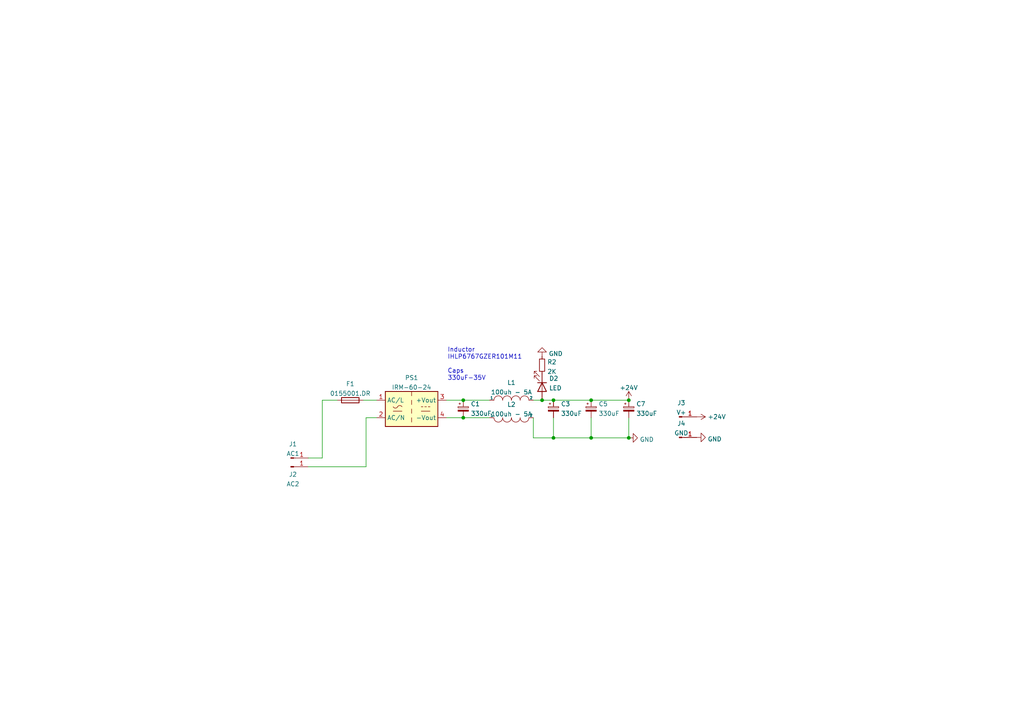
<source format=kicad_sch>
(kicad_sch (version 20211123) (generator eeschema)
  (paper "A4")
  (lib_symbols
    (symbol "Connector:Conn_01x01_Male" (pin_names (offset 1.016) hide)
      (property "Reference" "J" (at 0 2.54 0))
      (property "Value" "Conn_01x01_Male" (at 0 -2.54 0))
      (symbol "Conn_01x01_Male_1_1"
        (polyline (pts (xy 1.27 0) (xy 0.8636 0)) (stroke (width 0.1524)))
        (rectangle (start 0.8636 0.127) (end 0 -0.127) (stroke (width 0.1524)) (fill (type outline)))
        (pin passive line (at 5.08 0 180) (length 3.81) (name "Pin_1") (number "1"))
      )
    )
    (symbol "Converter_ACDC:IRM-60-24"
      (property "Reference" "PS" (at 0 7.62 0))
      (property "Value" "IRM-60-24" (at 0 -7.62 0))
      (symbol "IRM-60-24_1_1"
        (rectangle (start -7.62 5.08) (end 7.62 -5.08) (stroke (width 0.254)) (fill (type background)))
        (arc (start -5.334 0.635) (mid -4.699 0.2495) (end -4.064 0.635))
        (arc (start -2.794 0.635) (mid -3.429 1.0072) (end -4.064 0.635))
        (polyline (pts (xy -5.334 -0.635) (xy -2.794 -0.635)))
        (polyline (pts (xy 0 -2.54) (xy 0 -3.81)))
        (polyline (pts (xy 0 0) (xy 0 -1.27)))
        (polyline (pts (xy 0 2.54) (xy 0 1.27)))
        (polyline (pts (xy 0 5.08) (xy 0 3.81)))
        (polyline (pts (xy 2.794 -0.635) (xy 5.334 -0.635)))
        (polyline (pts (xy 2.794 0.635) (xy 3.302 0.635)))
        (polyline (pts (xy 3.81 0.635) (xy 4.318 0.635)))
        (polyline (pts (xy 4.826 0.635) (xy 5.334 0.635)))
        (pin power_in line (at -10.16 2.54 0) (length 2.54) (name "AC/L") (number "1"))
        (pin power_in line (at -10.16 -2.54 0) (length 2.54) (name "AC/N") (number "2"))
        (pin power_out line (at 10.16 2.54 180) (length 2.54) (name "+Vout") (number "3"))
        (pin power_out line (at 10.16 -2.54 180) (length 2.54) (name "-Vout") (number "4"))
      )
    )
    (symbol "Device:C_Polarized_Small" (pin_numbers hide) (pin_names (offset 0.254) hide)
      (property "Reference" "C" (at 0.254 1.778 0))
      (property "Value" "C_Polarized_Small" (at 0.254 -2.032 0))
      (symbol "C_Polarized_Small_0_1"
        (rectangle (start -1.524 -0.3048) (end 1.524 -0.6858) (fill (type outline)))
        (rectangle (start -1.524 0.6858) (end 1.524 0.3048))
        (polyline (pts (xy -1.27 1.524) (xy -0.762 1.524)))
        (polyline (pts (xy -1.016 1.27) (xy -1.016 1.778)))
      )
      (symbol "C_Polarized_Small_1_1"
        (pin passive line (at 0 2.54 270) (length 1.8542) (name "~") (number "1"))
        (pin passive line (at 0 -2.54 90) (length 1.8542) (name "~") (number "2"))
      )
    )
    (symbol "Device:Fuse" (pin_numbers hide) (pin_names (offset 0))
      (property "Reference" "F" (at 2.032 0 90))
      (property "Value" "Fuse" (at -1.905 0 90))
      (symbol "Fuse_0_1"
        (rectangle (start -0.762 -2.54) (end 0.762 2.54) (stroke (width 0.254)))
        (polyline (pts (xy 0 2.54) (xy 0 -2.54)))
      )
      (symbol "Fuse_1_1"
        (pin passive line (at 0 3.81 270) (length 1.27) (name "~") (number "1"))
        (pin passive line (at 0 -3.81 90) (length 1.27) (name "~") (number "2"))
      )
    )
    (symbol "Device:LED" (pin_numbers hide) (pin_names (offset 1.016) hide)
      (property "Reference" "D" (at 0 2.54 0))
      (property "Value" "LED" (at 0 -2.54 0))
      (symbol "LED_0_1"
        (polyline (pts (xy -1.27 -1.27) (xy -1.27 1.27)) (stroke (width 0.254)))
        (polyline (pts (xy -1.27 0) (xy 1.27 0)))
        (polyline (pts (xy 1.27 -1.27) (xy 1.27 1.27) (xy -1.27 0) (xy 1.27 -1.27)) (stroke (width 0.254)))
        (polyline (pts (xy -3.048 -0.762) (xy -4.572 -2.286) (xy -3.81 -2.286) (xy -4.572 -2.286) (xy -4.572 -1.524)))
        (polyline (pts (xy -1.778 -0.762) (xy -3.302 -2.286) (xy -2.54 -2.286) (xy -3.302 -2.286) (xy -3.302 -1.524)))
      )
      (symbol "LED_1_1"
        (pin passive line (at -3.81 0 0) (length 2.54) (name "K") (number "1"))
        (pin passive line (at 3.81 0 180) (length 2.54) (name "A") (number "2"))
      )
    )
    (symbol "Device:R_Small" (pin_numbers hide) (pin_names (offset 0.254) hide)
      (property "Reference" "R" (at 0.762 0.508 0))
      (property "Value" "R_Small" (at 0.762 -1.016 0))
      (symbol "R_Small_0_1"
        (rectangle (start -0.762 1.778) (end 0.762 -1.778) (stroke (width 0.2032)))
      )
      (symbol "R_Small_1_1"
        (pin passive line (at 0 2.54 270) (length 0.762) (name "~") (number "1"))
        (pin passive line (at 0 -2.54 90) (length 0.762) (name "~") (number "2"))
      )
    )
    (symbol "power:+24V" (power) (pin_names (offset 0))
      (property "Value" "+24V" (at 0 3.556 0))
      (symbol "+24V_0_1"
        (polyline (pts (xy -0.762 1.27) (xy 0 2.54)))
        (polyline (pts (xy 0 0) (xy 0 2.54)))
        (polyline (pts (xy 0 2.54) (xy 0.762 1.27)))
      )
      (symbol "+24V_1_1"
        (pin power_in line (at 0 0 90) (length 0) hide (name "+24V") (number "1"))
      )
    )
    (symbol "power:GND" (power) (pin_names (offset 0))
      (property "Value" "GND" (at 0 -3.81 0))
      (symbol "GND_0_1"
        (polyline (pts (xy 0 0) (xy 0 -1.27) (xy 1.27 -1.27) (xy 0 -2.54) (xy -1.27 -1.27) (xy 0 -1.27)))
      )
      (symbol "GND_1_1"
        (pin power_in line (at 0 0 270) (length 0) hide (name "GND") (number "1"))
      )
    )
    (symbol "pspice:INDUCTOR" (pin_numbers hide) (pin_names (offset 0))
      (property "Reference" "L" (at 0 2.54 0))
      (property "Value" "INDUCTOR" (at 0 -1.27 0))
      (symbol "INDUCTOR_0_1"
        (arc (start -2.54 0) (mid -3.81 1.27) (end -5.08 0))
        (arc (start 0 0) (mid -1.27 1.27) (end -2.54 0))
        (arc (start 2.54 0) (mid 1.27 1.27) (end 0 0))
        (arc (start 5.08 0) (mid 3.81 1.27) (end 2.54 0))
      )
      (symbol "INDUCTOR_1_1"
        (pin input line (at -6.35 0 0) (length 1.27) (name "1") (number "1"))
        (pin input line (at 6.35 0 180) (length 1.27) (name "2") (number "2"))
      )
    )
  )
  (junction (at 182.372 127))
  (junction (at 160.528 116.078))
  (junction (at 134.366 121.158))
  (junction (at 157.226 116.078))
  (junction (at 182.372 116.078))
  (junction (at 171.45 116.078))
  (junction (at 134.366 116.078))
  (junction (at 160.528 127))
  (junction (at 171.45 127))
  (wire (pts (xy 154.686 121.158) (xy 154.686 127)))
  (wire (pts (xy 97.79 116.078) (xy 93.472 116.078)))
  (wire (pts (xy 171.45 127) (xy 182.372 127)))
  (wire (pts (xy 109.22 121.158) (xy 106.172 121.158)))
  (wire (pts (xy 160.528 127) (xy 171.45 127)))
  (wire (pts (xy 157.226 116.078) (xy 160.528 116.078)))
  (wire (pts (xy 89.408 132.842) (xy 93.472 132.842)))
  (wire (pts (xy 154.686 127) (xy 160.528 127)))
  (wire (pts (xy 182.372 121.158) (xy 182.372 127)))
  (wire (pts (xy 129.54 116.078) (xy 134.366 116.078)))
  (wire (pts (xy 154.686 116.078) (xy 157.226 116.078)))
  (wire (pts (xy 134.366 121.158) (xy 141.986 121.158)))
  (wire (pts (xy 160.528 116.078) (xy 171.45 116.078)))
  (wire (pts (xy 89.408 135.382) (xy 106.172 135.382)))
  (wire (pts (xy 106.172 121.158) (xy 106.172 135.382)))
  (wire (pts (xy 160.528 121.158) (xy 160.528 127)))
  (wire (pts (xy 93.472 116.078) (xy 93.472 132.842)))
  (wire (pts (xy 134.366 116.078) (xy 141.986 116.078)))
  (wire (pts (xy 129.54 121.158) (xy 134.366 121.158)))
  (wire (pts (xy 171.45 121.158) (xy 171.45 127)))
  (wire (pts (xy 171.45 116.078) (xy 182.372 116.078)))
  (wire (pts (xy 105.41 116.078) (xy 109.22 116.078)))
  (text "Inductor\nIHLP6767GZER101M11\n\nCaps\n330uF-35V\n" (at 129.794 110.49 0) (effects (font (size 1.27 1.27)) (justify left bottom)))
  (symbol (lib_id "Connector:Conn_01x01_Male") (at 84.328 132.842 0) (unit 1)
    (property "Reference" "J1" (at 84.963 128.7993 0))
    (property "Value" "AC1" (at 84.963 131.5744 0))
    (property "Footprint" "Custom Library:Spade Conector 6.3mm TE_1217861" (effects hide))
  )
  (symbol (lib_id "power:GND") (at 157.226 103.378 180) (unit 1)
    (property "Reference" "#PWR0108" (effects hide))
    (property "Value" "GND" (at 159.131 102.587 0) (effects (justify right)))
  )
  (symbol (lib_id "Device:C_Polarized_Small") (at 134.366 118.618 0) (unit 1)
    (property "Reference" "C1" (at 136.525 117.1634 0) (effects (justify left)))
    (property "Value" "330uF" (at 136.525 119.9385 0) (effects (justify left)))
    (property "Footprint" "Capacitor_SMD:CP_Elec_16x17.5" (effects hide))
  )
  (symbol (lib_id "Converter_ACDC:IRM-60-24") (at 119.38 118.618 0) (unit 1)
    (property "Reference" "PS1" (at 119.38 109.5715 0))
    (property "Value" "IRM-60-24" (at 119.38 112.3466 0))
    (property "Footprint" "Converter_ACDC:Converter_ACDC_MeanWell_IRM-60-xx_THT" (effects hide))
    (property "Datasheet" "http://www.meanwellusa.com/productPdf.aspx?i=687" (effects hide))
  )
  (symbol (lib_id "power:+24V") (at 182.372 116.078 0) (unit 1)
    (property "Reference" "#PWR0103" (effects hide))
    (property "Value" "+24V" (at 182.372 112.4735 0))
  )
  (symbol (lib_id "Device:C_Polarized_Small") (at 160.528 118.618 0) (unit 1)
    (property "Reference" "C3" (at 162.687 117.1634 0) (effects (justify left)))
    (property "Value" "330uF" (at 162.687 119.9385 0) (effects (justify left)))
    (property "Footprint" "Capacitor_SMD:CP_Elec_16x17.5" (effects hide))
  )
  (symbol (lib_id "Device:Fuse") (at 101.6 116.078 90) (unit 1)
    (property "Reference" "F1" (at 101.6 111.3495 90))
    (property "Value" "0155001.DR" (at 101.6 114.1246 90))
    (property "Footprint" "Fuse:Fuseholder_Littelfuse_100_series_5x20mm" (effects hide))
  )
  (symbol (lib_id "Device:C_Polarized_Small") (at 171.45 118.618 0) (unit 1)
    (property "Reference" "C5" (at 173.609 117.1634 0) (effects (justify left)))
    (property "Value" "330uF" (at 173.609 119.9385 0) (effects (justify left)))
    (property "Footprint" "Capacitor_SMD:CP_Elec_16x17.5" (effects hide))
  )
  (symbol (lib_id "power:GND") (at 202.057 126.873 90) (unit 1)
    (property "Reference" "#PWR0106" (effects hide))
    (property "Value" "GND" (at 205.232 127.352 90) (effects (justify right)))
  )
  (symbol (lib_id "Device:LED") (at 157.226 112.268 270) (unit 1)
    (property "Reference" "D2" (at 159.258 109.772 90) (effects (justify left)))
    (property "Value" "LED" (at 159.258 112.5471 90) (effects (justify left)))
    (property "Footprint" "LED_SMD:LED_1210_3225Metric" (effects hide))
  )
  (symbol (lib_id "power:+24V") (at 202.057 120.904 270) (unit 1)
    (property "Reference" "#PWR0105" (effects hide))
    (property "Value" "+24V" (at 207.899 120.904 90))
  )
  (symbol (lib_id "power:GND") (at 182.372 127 90) (unit 1)
    (property "Reference" "#PWR0101" (effects hide))
    (property "Value" "GND" (at 185.547 127.479 90) (effects (justify right)))
  )
  (symbol (lib_id "Connector:Conn_01x01_Male") (at 196.977 126.873 0) (unit 1)
    (property "Reference" "J4" (at 197.612 122.8303 0))
    (property "Value" "GND" (at 197.612 125.6054 0))
    (property "Footprint" "Custom Library:Spade Conector 6.3mm TE_1217861" (effects hide))
  )
  (symbol (lib_id "pspice:INDUCTOR") (at 148.336 121.158 0) (mirror x) (unit 1)
    (property "Reference" "L2" (at 148.336 117.3185 0))
    (property "Value" "100uh - 5A" (at 148.336 120.0936 0))
    (property "Footprint" "Inductor_SMD:L_Vishay_IHLP-6767" (effects hide))
  )
  (symbol (lib_id "Device:R_Small") (at 157.226 105.918 0) (unit 1)
    (property "Reference" "R2" (at 158.7246 105.0095 0) (effects (justify left)))
    (property "Value" "2K" (at 158.7246 107.7846 0) (effects (justify left)))
    (property "Footprint" "Resistor_SMD:R_1210_3225Metric" (effects hide))
  )
  (symbol (lib_id "pspice:INDUCTOR") (at 148.336 116.078 0) (unit 1)
    (property "Reference" "L1" (at 148.336 110.9685 0))
    (property "Value" "100uh - 5A" (at 148.336 113.7436 0))
    (property "Footprint" "Inductor_SMD:L_Vishay_IHLP-6767" (effects hide))
  )
  (symbol (lib_id "Connector:Conn_01x01_Male") (at 196.977 120.904 0) (unit 1)
    (property "Reference" "J3" (at 197.612 116.8613 0))
    (property "Value" "V+" (at 197.612 119.6364 0))
    (property "Footprint" "Custom Library:Spade Conector 6.3mm TE_1217861" (effects hide))
  )
  (symbol (lib_id "Device:C_Polarized_Small") (at 182.372 118.618 0) (unit 1)
    (property "Reference" "C7" (at 184.531 117.1634 0) (effects (justify left)))
    (property "Value" "330uF" (at 184.531 119.9385 0) (effects (justify left)))
    (property "Footprint" "Capacitor_SMD:CP_Elec_16x17.5" (effects hide))
  )
  (symbol (lib_id "Connector:Conn_01x01_Male") (at 84.328 135.382 0) (unit 1)
    (property "Reference" "J2" (at 84.963 137.6077 0))
    (property "Value" "AC2" (at 84.963 140.3828 0))
    (property "Footprint" "Custom Library:Spade Conector 6.3mm TE_1217861" (effects hide))
  )
)
</source>
